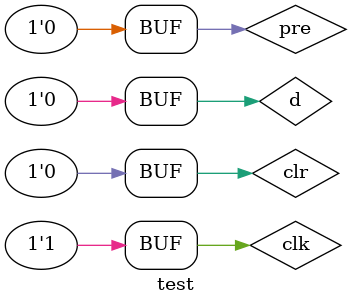
<source format=v>
`timescale 1ns / 1ps


module test;

	// Inputs
	reg pre;
	reg clr;
	reg clk;
	reg d;

	// Outputs
	wire q;
	wire qb;

	// Instantiate the Unit Under Test (UUT)
	shiyan_9 uut (
		.pre(pre), 
		.clr(clr), 
		.clk(clk), 
		.d(d), 
		.q(q), 
		.qb(qb)
	);

	initial begin
		// Initialize Inputs
		pre = 1;
		clr = 0;
		clk = 0;
		d = 1;

		// Wait 100 ns for global reset to finish
		#100;
        
		// Add stimulus here
		pre = 0;
		clr = 1;
		clk = 1;
		d = 0;
		
		#100;
		pre = 1;
		clr = 1;
		clk = 0;
		d = 1;
		
		#100;
		pre = 1;
		clr = 1;
		clk = 1;
		d = 0;
		
		#100;
		pre = 0;
		clr = 0;
		clk = 0;
		d = 1;
		
		#100;
		pre = 0;
		clr = 0;
		clk = 1;
		d = 0;
		
		
	end
      
endmodule


</source>
